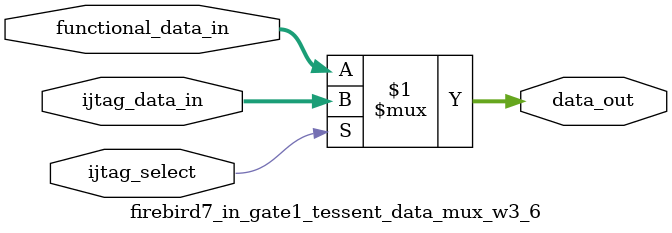
<source format=sv>

module firebird7_in_gate1_tessent_data_mux_w3_6 (
  input wire ijtag_select,
  input wire [2:0]  functional_data_in,
  input wire [2:0]  ijtag_data_in,
  output wire [2:0] data_out
);
assign data_out = (ijtag_select) ? ijtag_data_in : functional_data_in;
endmodule

</source>
